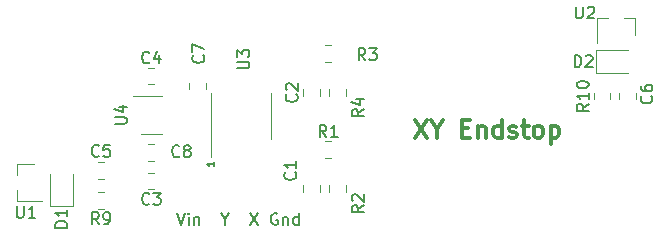
<source format=gto>
G04 #@! TF.GenerationSoftware,KiCad,Pcbnew,(5.1.9-0-10_14)*
G04 #@! TF.CreationDate,2021-06-22T22:42:15-05:00*
G04 #@! TF.ProjectId,HallEffectXY-Endstop,48616c6c-4566-4666-9563-7458592d456e,A*
G04 #@! TF.SameCoordinates,Original*
G04 #@! TF.FileFunction,Legend,Top*
G04 #@! TF.FilePolarity,Positive*
%FSLAX46Y46*%
G04 Gerber Fmt 4.6, Leading zero omitted, Abs format (unit mm)*
G04 Created by KiCad (PCBNEW (5.1.9-0-10_14)) date 2021-06-22 22:42:15*
%MOMM*%
%LPD*%
G01*
G04 APERTURE LIST*
%ADD10C,0.150000*%
%ADD11C,0.300000*%
%ADD12C,0.120000*%
G04 APERTURE END LIST*
D10*
X137361904Y-109384380D02*
X137695238Y-110384380D01*
X138028571Y-109384380D01*
X138361904Y-110384380D02*
X138361904Y-109717714D01*
X138361904Y-109384380D02*
X138314285Y-109432000D01*
X138361904Y-109479619D01*
X138409523Y-109432000D01*
X138361904Y-109384380D01*
X138361904Y-109479619D01*
X138838095Y-109717714D02*
X138838095Y-110384380D01*
X138838095Y-109812952D02*
X138885714Y-109765333D01*
X138980952Y-109717714D01*
X139123809Y-109717714D01*
X139219047Y-109765333D01*
X139266666Y-109860571D01*
X139266666Y-110384380D01*
X141457142Y-109908190D02*
X141457142Y-110384380D01*
X141123809Y-109384380D02*
X141457142Y-109908190D01*
X141790476Y-109384380D01*
X143552380Y-109384380D02*
X144219047Y-110384380D01*
X144219047Y-109384380D02*
X143552380Y-110384380D01*
X145885714Y-109432000D02*
X145790476Y-109384380D01*
X145647619Y-109384380D01*
X145504761Y-109432000D01*
X145409523Y-109527238D01*
X145361904Y-109622476D01*
X145314285Y-109812952D01*
X145314285Y-109955809D01*
X145361904Y-110146285D01*
X145409523Y-110241523D01*
X145504761Y-110336761D01*
X145647619Y-110384380D01*
X145742857Y-110384380D01*
X145885714Y-110336761D01*
X145933333Y-110289142D01*
X145933333Y-109955809D01*
X145742857Y-109955809D01*
X146361904Y-109717714D02*
X146361904Y-110384380D01*
X146361904Y-109812952D02*
X146409523Y-109765333D01*
X146504761Y-109717714D01*
X146647619Y-109717714D01*
X146742857Y-109765333D01*
X146790476Y-109860571D01*
X146790476Y-110384380D01*
X147695238Y-110384380D02*
X147695238Y-109384380D01*
X147695238Y-110336761D02*
X147600000Y-110384380D01*
X147409523Y-110384380D01*
X147314285Y-110336761D01*
X147266666Y-110289142D01*
X147219047Y-110193904D01*
X147219047Y-109908190D01*
X147266666Y-109812952D01*
X147314285Y-109765333D01*
X147409523Y-109717714D01*
X147600000Y-109717714D01*
X147695238Y-109765333D01*
X140531428Y-105092571D02*
X140531428Y-105435428D01*
X140531428Y-105264000D02*
X139931428Y-105264000D01*
X140017142Y-105321142D01*
X140074285Y-105378285D01*
X140102857Y-105435428D01*
D11*
X157513142Y-101503071D02*
X158513142Y-103003071D01*
X158513142Y-101503071D02*
X157513142Y-103003071D01*
X159370285Y-102288785D02*
X159370285Y-103003071D01*
X158870285Y-101503071D02*
X159370285Y-102288785D01*
X159870285Y-101503071D01*
X161513142Y-102217357D02*
X162013142Y-102217357D01*
X162227428Y-103003071D02*
X161513142Y-103003071D01*
X161513142Y-101503071D01*
X162227428Y-101503071D01*
X162870285Y-102003071D02*
X162870285Y-103003071D01*
X162870285Y-102145928D02*
X162941714Y-102074500D01*
X163084571Y-102003071D01*
X163298857Y-102003071D01*
X163441714Y-102074500D01*
X163513142Y-102217357D01*
X163513142Y-103003071D01*
X164870285Y-103003071D02*
X164870285Y-101503071D01*
X164870285Y-102931642D02*
X164727428Y-103003071D01*
X164441714Y-103003071D01*
X164298857Y-102931642D01*
X164227428Y-102860214D01*
X164156000Y-102717357D01*
X164156000Y-102288785D01*
X164227428Y-102145928D01*
X164298857Y-102074500D01*
X164441714Y-102003071D01*
X164727428Y-102003071D01*
X164870285Y-102074500D01*
X165513142Y-102931642D02*
X165656000Y-103003071D01*
X165941714Y-103003071D01*
X166084571Y-102931642D01*
X166156000Y-102788785D01*
X166156000Y-102717357D01*
X166084571Y-102574500D01*
X165941714Y-102503071D01*
X165727428Y-102503071D01*
X165584571Y-102431642D01*
X165513142Y-102288785D01*
X165513142Y-102217357D01*
X165584571Y-102074500D01*
X165727428Y-102003071D01*
X165941714Y-102003071D01*
X166084571Y-102074500D01*
X166584571Y-102003071D02*
X167156000Y-102003071D01*
X166798857Y-101503071D02*
X166798857Y-102788785D01*
X166870285Y-102931642D01*
X167013142Y-103003071D01*
X167156000Y-103003071D01*
X167870285Y-103003071D02*
X167727428Y-102931642D01*
X167656000Y-102860214D01*
X167584571Y-102717357D01*
X167584571Y-102288785D01*
X167656000Y-102145928D01*
X167727428Y-102074500D01*
X167870285Y-102003071D01*
X168084571Y-102003071D01*
X168227428Y-102074500D01*
X168298857Y-102145928D01*
X168370285Y-102288785D01*
X168370285Y-102717357D01*
X168298857Y-102860214D01*
X168227428Y-102931642D01*
X168084571Y-103003071D01*
X167870285Y-103003071D01*
X169013142Y-102003071D02*
X169013142Y-103503071D01*
X169013142Y-102074500D02*
X169156000Y-102003071D01*
X169441714Y-102003071D01*
X169584571Y-102074500D01*
X169656000Y-102145928D01*
X169727428Y-102288785D01*
X169727428Y-102717357D01*
X169656000Y-102860214D01*
X169584571Y-102931642D01*
X169441714Y-103003071D01*
X169156000Y-103003071D01*
X169013142Y-102931642D01*
D12*
X149935422Y-103299000D02*
X150452578Y-103299000D01*
X149935422Y-104719000D02*
X150452578Y-104719000D01*
X151666000Y-107052422D02*
X151666000Y-107569578D01*
X150246000Y-107052422D02*
X150246000Y-107569578D01*
X149507000Y-107052422D02*
X149507000Y-107569578D01*
X148087000Y-107052422D02*
X148087000Y-107569578D01*
X126676500Y-106085000D02*
X126676500Y-108770000D01*
X126676500Y-108770000D02*
X128596500Y-108770000D01*
X128596500Y-108770000D02*
X128596500Y-106085000D01*
X130679922Y-107645000D02*
X131197078Y-107645000D01*
X130679922Y-109065000D02*
X131197078Y-109065000D01*
X123828500Y-105251000D02*
X123828500Y-106181000D01*
X123828500Y-108411000D02*
X123828500Y-107481000D01*
X123828500Y-108411000D02*
X125988500Y-108411000D01*
X123828500Y-105251000D02*
X125288500Y-105251000D01*
X130679922Y-105105000D02*
X131197078Y-105105000D01*
X130679922Y-106525000D02*
X131197078Y-106525000D01*
X145360000Y-101200000D02*
X145360000Y-99250000D01*
X145360000Y-101200000D02*
X145360000Y-103150000D01*
X140240000Y-101200000D02*
X140240000Y-99250000D01*
X140240000Y-101200000D02*
X140240000Y-104650000D01*
X136108000Y-99478000D02*
X133658000Y-99478000D01*
X134308000Y-102698000D02*
X136108000Y-102698000D01*
X176130000Y-92852000D02*
X176130000Y-94312000D01*
X172970000Y-92852000D02*
X172970000Y-95012000D01*
X172970000Y-92852000D02*
X173900000Y-92852000D01*
X176130000Y-92852000D02*
X175200000Y-92852000D01*
X172661500Y-99240422D02*
X172661500Y-99757578D01*
X174081500Y-99240422D02*
X174081500Y-99757578D01*
X150246000Y-98924422D02*
X150246000Y-99441578D01*
X151666000Y-98924422D02*
X151666000Y-99441578D01*
X149935422Y-96591000D02*
X150452578Y-96591000D01*
X149935422Y-95171000D02*
X150452578Y-95171000D01*
X172893000Y-97538000D02*
X175578000Y-97538000D01*
X172893000Y-95618000D02*
X172893000Y-97538000D01*
X175578000Y-95618000D02*
X172893000Y-95618000D01*
X134921422Y-104958000D02*
X135438578Y-104958000D01*
X134921422Y-103538000D02*
X135438578Y-103538000D01*
X138390000Y-98401422D02*
X138390000Y-98918578D01*
X139810000Y-98401422D02*
X139810000Y-98918578D01*
X174820500Y-99240422D02*
X174820500Y-99757578D01*
X176240500Y-99240422D02*
X176240500Y-99757578D01*
X135466578Y-97076000D02*
X134949422Y-97076000D01*
X135466578Y-98496000D02*
X134949422Y-98496000D01*
X134921422Y-107396400D02*
X135438578Y-107396400D01*
X134921422Y-105976400D02*
X135438578Y-105976400D01*
X148087000Y-98924422D02*
X148087000Y-99441578D01*
X149507000Y-98924422D02*
X149507000Y-99441578D01*
D10*
X150027333Y-102937380D02*
X149694000Y-102461190D01*
X149455904Y-102937380D02*
X149455904Y-101937380D01*
X149836857Y-101937380D01*
X149932095Y-101985000D01*
X149979714Y-102032619D01*
X150027333Y-102127857D01*
X150027333Y-102270714D01*
X149979714Y-102365952D01*
X149932095Y-102413571D01*
X149836857Y-102461190D01*
X149455904Y-102461190D01*
X150979714Y-102937380D02*
X150408285Y-102937380D01*
X150694000Y-102937380D02*
X150694000Y-101937380D01*
X150598761Y-102080238D01*
X150503523Y-102175476D01*
X150408285Y-102223095D01*
X153186380Y-108747666D02*
X152710190Y-109081000D01*
X153186380Y-109319095D02*
X152186380Y-109319095D01*
X152186380Y-108938142D01*
X152234000Y-108842904D01*
X152281619Y-108795285D01*
X152376857Y-108747666D01*
X152519714Y-108747666D01*
X152614952Y-108795285D01*
X152662571Y-108842904D01*
X152710190Y-108938142D01*
X152710190Y-109319095D01*
X152281619Y-108366714D02*
X152234000Y-108319095D01*
X152186380Y-108223857D01*
X152186380Y-107985761D01*
X152234000Y-107890523D01*
X152281619Y-107842904D01*
X152376857Y-107795285D01*
X152472095Y-107795285D01*
X152614952Y-107842904D01*
X153186380Y-108414333D01*
X153186380Y-107795285D01*
X147376142Y-105953666D02*
X147423761Y-106001285D01*
X147471380Y-106144142D01*
X147471380Y-106239380D01*
X147423761Y-106382238D01*
X147328523Y-106477476D01*
X147233285Y-106525095D01*
X147042809Y-106572714D01*
X146899952Y-106572714D01*
X146709476Y-106525095D01*
X146614238Y-106477476D01*
X146519000Y-106382238D01*
X146471380Y-106239380D01*
X146471380Y-106144142D01*
X146519000Y-106001285D01*
X146566619Y-105953666D01*
X147471380Y-105001285D02*
X147471380Y-105572714D01*
X147471380Y-105287000D02*
X146471380Y-105287000D01*
X146614238Y-105382238D01*
X146709476Y-105477476D01*
X146757095Y-105572714D01*
X128088880Y-110617095D02*
X127088880Y-110617095D01*
X127088880Y-110379000D01*
X127136500Y-110236142D01*
X127231738Y-110140904D01*
X127326976Y-110093285D01*
X127517452Y-110045666D01*
X127660309Y-110045666D01*
X127850785Y-110093285D01*
X127946023Y-110140904D01*
X128041261Y-110236142D01*
X128088880Y-110379000D01*
X128088880Y-110617095D01*
X128088880Y-109093285D02*
X128088880Y-109664714D01*
X128088880Y-109379000D02*
X127088880Y-109379000D01*
X127231738Y-109474238D01*
X127326976Y-109569476D01*
X127374595Y-109664714D01*
X130771833Y-110331380D02*
X130438500Y-109855190D01*
X130200404Y-110331380D02*
X130200404Y-109331380D01*
X130581357Y-109331380D01*
X130676595Y-109379000D01*
X130724214Y-109426619D01*
X130771833Y-109521857D01*
X130771833Y-109664714D01*
X130724214Y-109759952D01*
X130676595Y-109807571D01*
X130581357Y-109855190D01*
X130200404Y-109855190D01*
X131248023Y-110331380D02*
X131438500Y-110331380D01*
X131533738Y-110283761D01*
X131581357Y-110236142D01*
X131676595Y-110093285D01*
X131724214Y-109902809D01*
X131724214Y-109521857D01*
X131676595Y-109426619D01*
X131628976Y-109379000D01*
X131533738Y-109331380D01*
X131343261Y-109331380D01*
X131248023Y-109379000D01*
X131200404Y-109426619D01*
X131152785Y-109521857D01*
X131152785Y-109759952D01*
X131200404Y-109855190D01*
X131248023Y-109902809D01*
X131343261Y-109950428D01*
X131533738Y-109950428D01*
X131628976Y-109902809D01*
X131676595Y-109855190D01*
X131724214Y-109759952D01*
X123826595Y-108783380D02*
X123826595Y-109592904D01*
X123874214Y-109688142D01*
X123921833Y-109735761D01*
X124017071Y-109783380D01*
X124207547Y-109783380D01*
X124302785Y-109735761D01*
X124350404Y-109688142D01*
X124398023Y-109592904D01*
X124398023Y-108783380D01*
X125398023Y-109783380D02*
X124826595Y-109783380D01*
X125112309Y-109783380D02*
X125112309Y-108783380D01*
X125017071Y-108926238D01*
X124921833Y-109021476D01*
X124826595Y-109069095D01*
X130771833Y-104522142D02*
X130724214Y-104569761D01*
X130581357Y-104617380D01*
X130486119Y-104617380D01*
X130343261Y-104569761D01*
X130248023Y-104474523D01*
X130200404Y-104379285D01*
X130152785Y-104188809D01*
X130152785Y-104045952D01*
X130200404Y-103855476D01*
X130248023Y-103760238D01*
X130343261Y-103665000D01*
X130486119Y-103617380D01*
X130581357Y-103617380D01*
X130724214Y-103665000D01*
X130771833Y-103712619D01*
X131676595Y-103617380D02*
X131200404Y-103617380D01*
X131152785Y-104093571D01*
X131200404Y-104045952D01*
X131295642Y-103998333D01*
X131533738Y-103998333D01*
X131628976Y-104045952D01*
X131676595Y-104093571D01*
X131724214Y-104188809D01*
X131724214Y-104426904D01*
X131676595Y-104522142D01*
X131628976Y-104569761D01*
X131533738Y-104617380D01*
X131295642Y-104617380D01*
X131200404Y-104569761D01*
X131152785Y-104522142D01*
X142506380Y-97135904D02*
X143315904Y-97135904D01*
X143411142Y-97088285D01*
X143458761Y-97040666D01*
X143506380Y-96945428D01*
X143506380Y-96754952D01*
X143458761Y-96659714D01*
X143411142Y-96612095D01*
X143315904Y-96564476D01*
X142506380Y-96564476D01*
X142506380Y-96183523D02*
X142506380Y-95564476D01*
X142887333Y-95897809D01*
X142887333Y-95754952D01*
X142934952Y-95659714D01*
X142982571Y-95612095D01*
X143077809Y-95564476D01*
X143315904Y-95564476D01*
X143411142Y-95612095D01*
X143458761Y-95659714D01*
X143506380Y-95754952D01*
X143506380Y-96040666D01*
X143458761Y-96135904D01*
X143411142Y-96183523D01*
X132120380Y-101849904D02*
X132929904Y-101849904D01*
X133025142Y-101802285D01*
X133072761Y-101754666D01*
X133120380Y-101659428D01*
X133120380Y-101468952D01*
X133072761Y-101373714D01*
X133025142Y-101326095D01*
X132929904Y-101278476D01*
X132120380Y-101278476D01*
X132453714Y-100373714D02*
X133120380Y-100373714D01*
X132072761Y-100611809D02*
X132787047Y-100849904D01*
X132787047Y-100230857D01*
X171149095Y-91902880D02*
X171149095Y-92712404D01*
X171196714Y-92807642D01*
X171244333Y-92855261D01*
X171339571Y-92902880D01*
X171530047Y-92902880D01*
X171625285Y-92855261D01*
X171672904Y-92807642D01*
X171720523Y-92712404D01*
X171720523Y-91902880D01*
X172149095Y-91998119D02*
X172196714Y-91950500D01*
X172291952Y-91902880D01*
X172530047Y-91902880D01*
X172625285Y-91950500D01*
X172672904Y-91998119D01*
X172720523Y-92093357D01*
X172720523Y-92188595D01*
X172672904Y-92331452D01*
X172101476Y-92902880D01*
X172720523Y-92902880D01*
X172236380Y-100141857D02*
X171760190Y-100475190D01*
X172236380Y-100713285D02*
X171236380Y-100713285D01*
X171236380Y-100332333D01*
X171284000Y-100237095D01*
X171331619Y-100189476D01*
X171426857Y-100141857D01*
X171569714Y-100141857D01*
X171664952Y-100189476D01*
X171712571Y-100237095D01*
X171760190Y-100332333D01*
X171760190Y-100713285D01*
X172236380Y-99189476D02*
X172236380Y-99760904D01*
X172236380Y-99475190D02*
X171236380Y-99475190D01*
X171379238Y-99570428D01*
X171474476Y-99665666D01*
X171522095Y-99760904D01*
X171236380Y-98570428D02*
X171236380Y-98475190D01*
X171284000Y-98379952D01*
X171331619Y-98332333D01*
X171426857Y-98284714D01*
X171617333Y-98237095D01*
X171855428Y-98237095D01*
X172045904Y-98284714D01*
X172141142Y-98332333D01*
X172188761Y-98379952D01*
X172236380Y-98475190D01*
X172236380Y-98570428D01*
X172188761Y-98665666D01*
X172141142Y-98713285D01*
X172045904Y-98760904D01*
X171855428Y-98808523D01*
X171617333Y-98808523D01*
X171426857Y-98760904D01*
X171331619Y-98713285D01*
X171284000Y-98665666D01*
X171236380Y-98570428D01*
X153186380Y-100619666D02*
X152710190Y-100953000D01*
X153186380Y-101191095D02*
X152186380Y-101191095D01*
X152186380Y-100810142D01*
X152234000Y-100714904D01*
X152281619Y-100667285D01*
X152376857Y-100619666D01*
X152519714Y-100619666D01*
X152614952Y-100667285D01*
X152662571Y-100714904D01*
X152710190Y-100810142D01*
X152710190Y-101191095D01*
X152519714Y-99762523D02*
X153186380Y-99762523D01*
X152138761Y-100000619D02*
X152853047Y-100238714D01*
X152853047Y-99619666D01*
X153333333Y-96452380D02*
X153000000Y-95976190D01*
X152761904Y-96452380D02*
X152761904Y-95452380D01*
X153142857Y-95452380D01*
X153238095Y-95500000D01*
X153285714Y-95547619D01*
X153333333Y-95642857D01*
X153333333Y-95785714D01*
X153285714Y-95880952D01*
X153238095Y-95928571D01*
X153142857Y-95976190D01*
X152761904Y-95976190D01*
X153666666Y-95452380D02*
X154285714Y-95452380D01*
X153952380Y-95833333D01*
X154095238Y-95833333D01*
X154190476Y-95880952D01*
X154238095Y-95928571D01*
X154285714Y-96023809D01*
X154285714Y-96261904D01*
X154238095Y-96357142D01*
X154190476Y-96404761D01*
X154095238Y-96452380D01*
X153809523Y-96452380D01*
X153714285Y-96404761D01*
X153666666Y-96357142D01*
X171045904Y-97030380D02*
X171045904Y-96030380D01*
X171284000Y-96030380D01*
X171426857Y-96078000D01*
X171522095Y-96173238D01*
X171569714Y-96268476D01*
X171617333Y-96458952D01*
X171617333Y-96601809D01*
X171569714Y-96792285D01*
X171522095Y-96887523D01*
X171426857Y-96982761D01*
X171284000Y-97030380D01*
X171045904Y-97030380D01*
X171998285Y-96125619D02*
X172045904Y-96078000D01*
X172141142Y-96030380D01*
X172379238Y-96030380D01*
X172474476Y-96078000D01*
X172522095Y-96125619D01*
X172569714Y-96220857D01*
X172569714Y-96316095D01*
X172522095Y-96458952D01*
X171950666Y-97030380D01*
X172569714Y-97030380D01*
X137581333Y-104557142D02*
X137533714Y-104604761D01*
X137390857Y-104652380D01*
X137295619Y-104652380D01*
X137152761Y-104604761D01*
X137057523Y-104509523D01*
X137009904Y-104414285D01*
X136962285Y-104223809D01*
X136962285Y-104080952D01*
X137009904Y-103890476D01*
X137057523Y-103795238D01*
X137152761Y-103700000D01*
X137295619Y-103652380D01*
X137390857Y-103652380D01*
X137533714Y-103700000D01*
X137581333Y-103747619D01*
X138152761Y-104080952D02*
X138057523Y-104033333D01*
X138009904Y-103985714D01*
X137962285Y-103890476D01*
X137962285Y-103842857D01*
X138009904Y-103747619D01*
X138057523Y-103700000D01*
X138152761Y-103652380D01*
X138343238Y-103652380D01*
X138438476Y-103700000D01*
X138486095Y-103747619D01*
X138533714Y-103842857D01*
X138533714Y-103890476D01*
X138486095Y-103985714D01*
X138438476Y-104033333D01*
X138343238Y-104080952D01*
X138152761Y-104080952D01*
X138057523Y-104128571D01*
X138009904Y-104176190D01*
X137962285Y-104271428D01*
X137962285Y-104461904D01*
X138009904Y-104557142D01*
X138057523Y-104604761D01*
X138152761Y-104652380D01*
X138343238Y-104652380D01*
X138438476Y-104604761D01*
X138486095Y-104557142D01*
X138533714Y-104461904D01*
X138533714Y-104271428D01*
X138486095Y-104176190D01*
X138438476Y-104128571D01*
X138343238Y-104080952D01*
X139601142Y-96046666D02*
X139648761Y-96094285D01*
X139696380Y-96237142D01*
X139696380Y-96332380D01*
X139648761Y-96475238D01*
X139553523Y-96570476D01*
X139458285Y-96618095D01*
X139267809Y-96665714D01*
X139124952Y-96665714D01*
X138934476Y-96618095D01*
X138839238Y-96570476D01*
X138744000Y-96475238D01*
X138696380Y-96332380D01*
X138696380Y-96237142D01*
X138744000Y-96094285D01*
X138791619Y-96046666D01*
X138696380Y-95713333D02*
X138696380Y-95046666D01*
X139696380Y-95475238D01*
X177538642Y-99475166D02*
X177586261Y-99522785D01*
X177633880Y-99665642D01*
X177633880Y-99760880D01*
X177586261Y-99903738D01*
X177491023Y-99998976D01*
X177395785Y-100046595D01*
X177205309Y-100094214D01*
X177062452Y-100094214D01*
X176871976Y-100046595D01*
X176776738Y-99998976D01*
X176681500Y-99903738D01*
X176633880Y-99760880D01*
X176633880Y-99665642D01*
X176681500Y-99522785D01*
X176729119Y-99475166D01*
X176633880Y-98618023D02*
X176633880Y-98808500D01*
X176681500Y-98903738D01*
X176729119Y-98951357D01*
X176871976Y-99046595D01*
X177062452Y-99094214D01*
X177443404Y-99094214D01*
X177538642Y-99046595D01*
X177586261Y-98998976D01*
X177633880Y-98903738D01*
X177633880Y-98713261D01*
X177586261Y-98618023D01*
X177538642Y-98570404D01*
X177443404Y-98522785D01*
X177205309Y-98522785D01*
X177110071Y-98570404D01*
X177062452Y-98618023D01*
X177014833Y-98713261D01*
X177014833Y-98903738D01*
X177062452Y-98998976D01*
X177110071Y-99046595D01*
X177205309Y-99094214D01*
X135041333Y-96619142D02*
X134993714Y-96666761D01*
X134850857Y-96714380D01*
X134755619Y-96714380D01*
X134612761Y-96666761D01*
X134517523Y-96571523D01*
X134469904Y-96476285D01*
X134422285Y-96285809D01*
X134422285Y-96142952D01*
X134469904Y-95952476D01*
X134517523Y-95857238D01*
X134612761Y-95762000D01*
X134755619Y-95714380D01*
X134850857Y-95714380D01*
X134993714Y-95762000D01*
X135041333Y-95809619D01*
X135898476Y-96047714D02*
X135898476Y-96714380D01*
X135660380Y-95666761D02*
X135422285Y-96381047D01*
X136041333Y-96381047D01*
X135041333Y-108587142D02*
X134993714Y-108634761D01*
X134850857Y-108682380D01*
X134755619Y-108682380D01*
X134612761Y-108634761D01*
X134517523Y-108539523D01*
X134469904Y-108444285D01*
X134422285Y-108253809D01*
X134422285Y-108110952D01*
X134469904Y-107920476D01*
X134517523Y-107825238D01*
X134612761Y-107730000D01*
X134755619Y-107682380D01*
X134850857Y-107682380D01*
X134993714Y-107730000D01*
X135041333Y-107777619D01*
X135374666Y-107682380D02*
X135993714Y-107682380D01*
X135660380Y-108063333D01*
X135803238Y-108063333D01*
X135898476Y-108110952D01*
X135946095Y-108158571D01*
X135993714Y-108253809D01*
X135993714Y-108491904D01*
X135946095Y-108587142D01*
X135898476Y-108634761D01*
X135803238Y-108682380D01*
X135517523Y-108682380D01*
X135422285Y-108634761D01*
X135374666Y-108587142D01*
X147503142Y-99349666D02*
X147550761Y-99397285D01*
X147598380Y-99540142D01*
X147598380Y-99635380D01*
X147550761Y-99778238D01*
X147455523Y-99873476D01*
X147360285Y-99921095D01*
X147169809Y-99968714D01*
X147026952Y-99968714D01*
X146836476Y-99921095D01*
X146741238Y-99873476D01*
X146646000Y-99778238D01*
X146598380Y-99635380D01*
X146598380Y-99540142D01*
X146646000Y-99397285D01*
X146693619Y-99349666D01*
X146693619Y-98968714D02*
X146646000Y-98921095D01*
X146598380Y-98825857D01*
X146598380Y-98587761D01*
X146646000Y-98492523D01*
X146693619Y-98444904D01*
X146788857Y-98397285D01*
X146884095Y-98397285D01*
X147026952Y-98444904D01*
X147598380Y-99016333D01*
X147598380Y-98397285D01*
M02*

</source>
